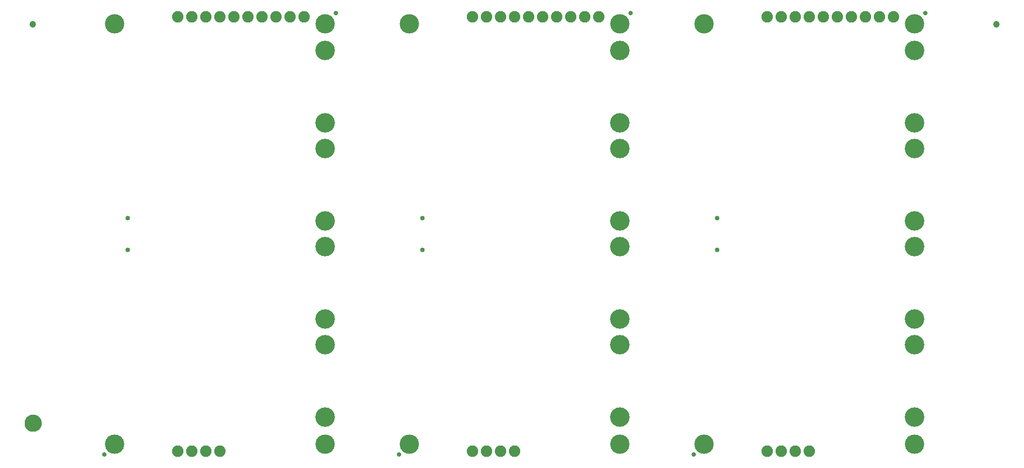
<source format=gbs>
G04 EAGLE Gerber RS-274X export*
G75*
%MOMM*%
%FSLAX34Y34*%
%LPD*%
%INSoldermask Bottom*%
%IPPOS*%
%AMOC8*
5,1,8,0,0,1.08239X$1,22.5*%
G01*
%ADD10C,3.505200*%
%ADD11C,2.082800*%
%ADD12C,0.838200*%
%ADD13C,0.853200*%
%ADD14C,3.530600*%
%ADD15C,1.203200*%
%ADD16C,1.270000*%
%ADD17C,1.703200*%


D10*
X25400Y25400D03*
X25400Y787400D03*
D11*
X139700Y12700D03*
X165100Y12700D03*
X190500Y12700D03*
X215900Y12700D03*
D12*
X425450Y806450D03*
X6350Y6350D03*
D10*
X406400Y25400D03*
X406400Y787400D03*
D13*
X49050Y435300D03*
X49050Y377500D03*
D14*
X406400Y205359D03*
X406400Y74041D03*
X406400Y383159D03*
X406400Y251841D03*
X406400Y560959D03*
X406400Y429641D03*
X406400Y738759D03*
X406400Y607441D03*
D11*
X139700Y800100D03*
X165100Y800100D03*
X190500Y800100D03*
X215900Y800100D03*
X241300Y800100D03*
X266700Y800100D03*
X292100Y800100D03*
X317500Y800100D03*
X342900Y800100D03*
X368300Y800100D03*
D10*
X558800Y25400D03*
X558800Y787400D03*
D11*
X673100Y12700D03*
X698500Y12700D03*
X723900Y12700D03*
X749300Y12700D03*
D12*
X958850Y806450D03*
X539750Y6350D03*
D10*
X939800Y25400D03*
X939800Y787400D03*
D13*
X582450Y435300D03*
X582450Y377500D03*
D14*
X939800Y205359D03*
X939800Y74041D03*
X939800Y383159D03*
X939800Y251841D03*
X939800Y560959D03*
X939800Y429641D03*
X939800Y738759D03*
X939800Y607441D03*
D11*
X673100Y800100D03*
X698500Y800100D03*
X723900Y800100D03*
X749300Y800100D03*
X774700Y800100D03*
X800100Y800100D03*
X825500Y800100D03*
X850900Y800100D03*
X876300Y800100D03*
X901700Y800100D03*
D10*
X1092200Y25400D03*
X1092200Y787400D03*
D11*
X1206500Y12700D03*
X1231900Y12700D03*
X1257300Y12700D03*
X1282700Y12700D03*
D12*
X1492250Y806450D03*
X1073150Y6350D03*
D10*
X1473200Y25400D03*
X1473200Y787400D03*
D13*
X1115850Y435300D03*
X1115850Y377500D03*
D14*
X1473200Y205359D03*
X1473200Y74041D03*
X1473200Y383159D03*
X1473200Y251841D03*
X1473200Y560959D03*
X1473200Y429641D03*
X1473200Y738759D03*
X1473200Y607441D03*
D11*
X1206500Y800100D03*
X1231900Y800100D03*
X1257300Y800100D03*
X1282700Y800100D03*
X1308100Y800100D03*
X1333500Y800100D03*
X1358900Y800100D03*
X1384300Y800100D03*
X1409700Y800100D03*
X1435100Y800100D03*
D15*
X-122758Y786130D03*
X1621358Y786130D03*
D16*
X-131813Y63500D02*
X-131810Y63722D01*
X-131802Y63944D01*
X-131788Y64166D01*
X-131769Y64388D01*
X-131745Y64608D01*
X-131715Y64829D01*
X-131680Y65048D01*
X-131639Y65267D01*
X-131593Y65484D01*
X-131542Y65700D01*
X-131485Y65915D01*
X-131423Y66129D01*
X-131356Y66340D01*
X-131284Y66551D01*
X-131206Y66759D01*
X-131124Y66965D01*
X-131036Y67169D01*
X-130944Y67372D01*
X-130846Y67571D01*
X-130744Y67768D01*
X-130637Y67963D01*
X-130525Y68155D01*
X-130408Y68344D01*
X-130287Y68531D01*
X-130161Y68714D01*
X-130031Y68894D01*
X-129896Y69071D01*
X-129758Y69244D01*
X-129615Y69414D01*
X-129467Y69581D01*
X-129316Y69744D01*
X-129161Y69903D01*
X-129002Y70058D01*
X-128839Y70209D01*
X-128672Y70357D01*
X-128502Y70500D01*
X-128329Y70638D01*
X-128152Y70773D01*
X-127972Y70903D01*
X-127789Y71029D01*
X-127602Y71150D01*
X-127413Y71267D01*
X-127221Y71379D01*
X-127026Y71486D01*
X-126829Y71588D01*
X-126630Y71686D01*
X-126427Y71778D01*
X-126223Y71866D01*
X-126017Y71948D01*
X-125809Y72026D01*
X-125598Y72098D01*
X-125387Y72165D01*
X-125173Y72227D01*
X-124958Y72284D01*
X-124742Y72335D01*
X-124525Y72381D01*
X-124306Y72422D01*
X-124087Y72457D01*
X-123866Y72487D01*
X-123646Y72511D01*
X-123424Y72530D01*
X-123202Y72544D01*
X-122980Y72552D01*
X-122758Y72555D01*
X-122536Y72552D01*
X-122314Y72544D01*
X-122092Y72530D01*
X-121870Y72511D01*
X-121650Y72487D01*
X-121429Y72457D01*
X-121210Y72422D01*
X-120991Y72381D01*
X-120774Y72335D01*
X-120558Y72284D01*
X-120343Y72227D01*
X-120129Y72165D01*
X-119918Y72098D01*
X-119707Y72026D01*
X-119499Y71948D01*
X-119293Y71866D01*
X-119089Y71778D01*
X-118886Y71686D01*
X-118687Y71588D01*
X-118490Y71486D01*
X-118295Y71379D01*
X-118103Y71267D01*
X-117914Y71150D01*
X-117727Y71029D01*
X-117544Y70903D01*
X-117364Y70773D01*
X-117187Y70638D01*
X-117014Y70500D01*
X-116844Y70357D01*
X-116677Y70209D01*
X-116514Y70058D01*
X-116355Y69903D01*
X-116200Y69744D01*
X-116049Y69581D01*
X-115901Y69414D01*
X-115758Y69244D01*
X-115620Y69071D01*
X-115485Y68894D01*
X-115355Y68714D01*
X-115229Y68531D01*
X-115108Y68344D01*
X-114991Y68155D01*
X-114879Y67963D01*
X-114772Y67768D01*
X-114670Y67571D01*
X-114572Y67372D01*
X-114480Y67169D01*
X-114392Y66965D01*
X-114310Y66759D01*
X-114232Y66551D01*
X-114160Y66340D01*
X-114093Y66129D01*
X-114031Y65915D01*
X-113974Y65700D01*
X-113923Y65484D01*
X-113877Y65267D01*
X-113836Y65048D01*
X-113801Y64829D01*
X-113771Y64608D01*
X-113747Y64388D01*
X-113728Y64166D01*
X-113714Y63944D01*
X-113706Y63722D01*
X-113703Y63500D01*
X-113706Y63278D01*
X-113714Y63056D01*
X-113728Y62834D01*
X-113747Y62612D01*
X-113771Y62392D01*
X-113801Y62171D01*
X-113836Y61952D01*
X-113877Y61733D01*
X-113923Y61516D01*
X-113974Y61300D01*
X-114031Y61085D01*
X-114093Y60871D01*
X-114160Y60660D01*
X-114232Y60449D01*
X-114310Y60241D01*
X-114392Y60035D01*
X-114480Y59831D01*
X-114572Y59628D01*
X-114670Y59429D01*
X-114772Y59232D01*
X-114879Y59037D01*
X-114991Y58845D01*
X-115108Y58656D01*
X-115229Y58469D01*
X-115355Y58286D01*
X-115485Y58106D01*
X-115620Y57929D01*
X-115758Y57756D01*
X-115901Y57586D01*
X-116049Y57419D01*
X-116200Y57256D01*
X-116355Y57097D01*
X-116514Y56942D01*
X-116677Y56791D01*
X-116844Y56643D01*
X-117014Y56500D01*
X-117187Y56362D01*
X-117364Y56227D01*
X-117544Y56097D01*
X-117727Y55971D01*
X-117914Y55850D01*
X-118103Y55733D01*
X-118295Y55621D01*
X-118490Y55514D01*
X-118687Y55412D01*
X-118886Y55314D01*
X-119089Y55222D01*
X-119293Y55134D01*
X-119499Y55052D01*
X-119707Y54974D01*
X-119918Y54902D01*
X-120129Y54835D01*
X-120343Y54773D01*
X-120558Y54716D01*
X-120774Y54665D01*
X-120991Y54619D01*
X-121210Y54578D01*
X-121429Y54543D01*
X-121650Y54513D01*
X-121870Y54489D01*
X-122092Y54470D01*
X-122314Y54456D01*
X-122536Y54448D01*
X-122758Y54445D01*
X-122980Y54448D01*
X-123202Y54456D01*
X-123424Y54470D01*
X-123646Y54489D01*
X-123866Y54513D01*
X-124087Y54543D01*
X-124306Y54578D01*
X-124525Y54619D01*
X-124742Y54665D01*
X-124958Y54716D01*
X-125173Y54773D01*
X-125387Y54835D01*
X-125598Y54902D01*
X-125809Y54974D01*
X-126017Y55052D01*
X-126223Y55134D01*
X-126427Y55222D01*
X-126630Y55314D01*
X-126829Y55412D01*
X-127026Y55514D01*
X-127221Y55621D01*
X-127413Y55733D01*
X-127602Y55850D01*
X-127789Y55971D01*
X-127972Y56097D01*
X-128152Y56227D01*
X-128329Y56362D01*
X-128502Y56500D01*
X-128672Y56643D01*
X-128839Y56791D01*
X-129002Y56942D01*
X-129161Y57097D01*
X-129316Y57256D01*
X-129467Y57419D01*
X-129615Y57586D01*
X-129758Y57756D01*
X-129896Y57929D01*
X-130031Y58106D01*
X-130161Y58286D01*
X-130287Y58469D01*
X-130408Y58656D01*
X-130525Y58845D01*
X-130637Y59037D01*
X-130744Y59232D01*
X-130846Y59429D01*
X-130944Y59628D01*
X-131036Y59831D01*
X-131124Y60035D01*
X-131206Y60241D01*
X-131284Y60449D01*
X-131356Y60660D01*
X-131423Y60871D01*
X-131485Y61085D01*
X-131542Y61300D01*
X-131593Y61516D01*
X-131639Y61733D01*
X-131680Y61952D01*
X-131715Y62171D01*
X-131745Y62392D01*
X-131769Y62612D01*
X-131788Y62834D01*
X-131802Y63056D01*
X-131810Y63278D01*
X-131813Y63500D01*
D17*
X-122758Y63500D03*
M02*

</source>
